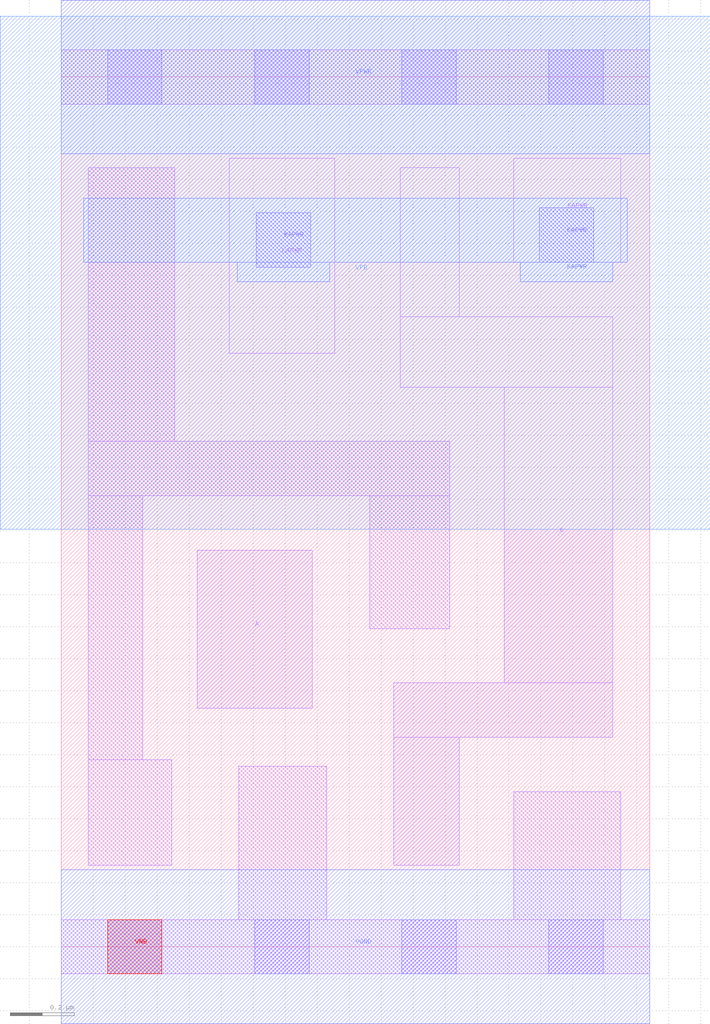
<source format=lef>
# Copyright 2020 The SkyWater PDK Authors
#
# Licensed under the Apache License, Version 2.0 (the "License");
# you may not use this file except in compliance with the License.
# You may obtain a copy of the License at
#
#     https://www.apache.org/licenses/LICENSE-2.0
#
# Unless required by applicable law or agreed to in writing, software
# distributed under the License is distributed on an "AS IS" BASIS,
# WITHOUT WARRANTIES OR CONDITIONS OF ANY KIND, either express or implied.
# See the License for the specific language governing permissions and
# limitations under the License.
#
# SPDX-License-Identifier: Apache-2.0

VERSION 5.7 ;
  NOWIREEXTENSIONATPIN ON ;
  DIVIDERCHAR "/" ;
  BUSBITCHARS "[]" ;
MACRO sky130_fd_sc_hd__lpflow_clkbufkapwr_2
  CLASS CORE ;
  FOREIGN sky130_fd_sc_hd__lpflow_clkbufkapwr_2 ;
  ORIGIN  0.000000  0.000000 ;
  SIZE  1.840000 BY  2.720000 ;
  SYMMETRY X Y R90 ;
  SITE unithd ;
  PIN A
    ANTENNAGATEAREA  0.213000 ;
    DIRECTION INPUT ;
    USE SIGNAL ;
    PORT
      LAYER li1 ;
        RECT 0.425000 0.745000 0.785000 1.240000 ;
    END
  END A
  PIN VNB
    PORT
      LAYER pwell ;
        RECT 0.145000 -0.085000 0.315000 0.085000 ;
    END
  END VNB
  PIN VPB
    PORT
      LAYER nwell ;
        RECT -0.190000 1.305000 2.030000 2.910000 ;
    END
  END VPB
  PIN X
    ANTENNADIFFAREA  0.383400 ;
    DIRECTION OUTPUT ;
    USE SIGNAL ;
    PORT
      LAYER li1 ;
        RECT 1.040000 0.255000 1.245000 0.655000 ;
        RECT 1.040000 0.655000 1.725000 0.825000 ;
        RECT 1.060000 1.750000 1.725000 1.970000 ;
        RECT 1.060000 1.970000 1.245000 2.435000 ;
        RECT 1.385000 0.825000 1.725000 1.750000 ;
    END
  END X
  PIN KAPWR
    DIRECTION INOUT ;
    SHAPE ABUTMENT ;
    USE POWER ;
    PORT
      LAYER li1 ;
        RECT 0.525000 1.855000 0.855000 2.465000 ;
      LAYER mcon ;
        RECT 0.610000 2.125000 0.780000 2.295000 ;
    END
    PORT
      LAYER li1 ;
        RECT 1.415000 2.140000 1.750000 2.465000 ;
      LAYER mcon ;
        RECT 1.495000 2.140000 1.665000 2.310000 ;
    END
    PORT
      LAYER met1 ;
        RECT 0.070000 2.140000 1.770000 2.340000 ;
        RECT 0.550000 2.080000 0.840000 2.140000 ;
        RECT 1.435000 2.080000 1.725000 2.140000 ;
    END
  END KAPWR
  PIN VGND
    DIRECTION INOUT ;
    SHAPE ABUTMENT ;
    USE GROUND ;
    PORT
      LAYER met1 ;
        RECT 0.000000 -0.240000 1.840000 0.240000 ;
    END
  END VGND
  PIN VPWR
    DIRECTION INOUT ;
    SHAPE ABUTMENT ;
    USE POWER ;
    PORT
      LAYER met1 ;
        RECT 0.000000 2.480000 1.840000 2.960000 ;
    END
  END VPWR
  OBS
    LAYER li1 ;
      RECT 0.000000 -0.085000 1.840000 0.085000 ;
      RECT 0.000000  2.635000 1.840000 2.805000 ;
      RECT 0.085000  0.255000 0.345000 0.585000 ;
      RECT 0.085000  0.585000 0.255000 1.410000 ;
      RECT 0.085000  1.410000 1.215000 1.580000 ;
      RECT 0.085000  1.580000 0.355000 2.435000 ;
      RECT 0.555000  0.085000 0.830000 0.565000 ;
      RECT 0.965000  0.995000 1.215000 1.410000 ;
      RECT 1.415000  0.085000 1.750000 0.485000 ;
    LAYER mcon ;
      RECT 0.145000 -0.085000 0.315000 0.085000 ;
      RECT 0.145000  2.635000 0.315000 2.805000 ;
      RECT 0.605000 -0.085000 0.775000 0.085000 ;
      RECT 0.605000  2.635000 0.775000 2.805000 ;
      RECT 1.065000 -0.085000 1.235000 0.085000 ;
      RECT 1.065000  2.635000 1.235000 2.805000 ;
      RECT 1.525000 -0.085000 1.695000 0.085000 ;
      RECT 1.525000  2.635000 1.695000 2.805000 ;
  END
END sky130_fd_sc_hd__lpflow_clkbufkapwr_2
END LIBRARY

</source>
